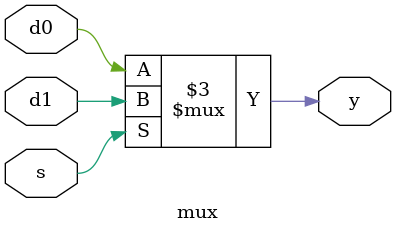
<source format=v>

module mux(y, s, d0, d1);

input s, d0, d1;
output y;

reg y;
always @(s, d0, d1)

if (s)
    y = d1;
else
    y = d0;


endmodule

</source>
